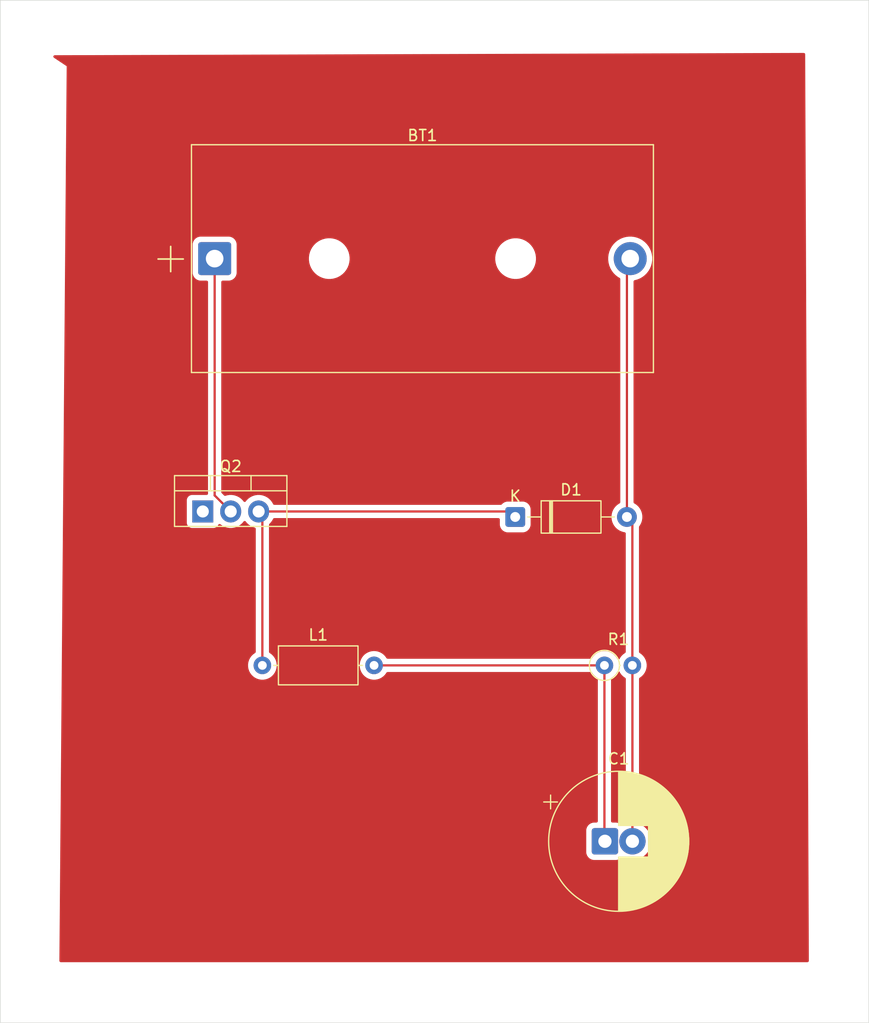
<source format=kicad_pcb>
(kicad_pcb (version 20241229) (generator "pcbnew") (generator_version "9.0")
  (layers (0 "F.Cu" signal) (2 "B.Cu" signal) (13 "F.Paste" user) (15 "B.Paste" user) (5 "F.SilkS" user "F.Silkscreen") (7 "B.SilkS" user "B.Silkscreen") (1 "F.Mask" user) (3 "B.Mask" user) (25 "Edge.Cuts" user))
  (net 0 "")
  (net 1 "Net-(BT1-+)")
  (net 2 "Net-(BT1--)")
  (net 3 "Net-(C1-Pad1)")
  (net 4 "Net-(D1-K)")
  (footprint "Resistor_THT:R_Axial_DIN0207_L6.3mm_D2.5mm_P2.54mm_Vertical" (layer "F.Cu") (at 155.955 101)
    (property "Reference" "R1" (at 1.27 -2.37 0) (layer "F.SilkS"))
    (property "Value" "R_US")
    (fp_line (start 1.37 0) (end 1.44 0) (stroke (width 0.12)) (layer "F.SilkS"))
    (fp_circle (center 0 0) (end 1.37 0) (stroke (width 0.12)) (fill no) (layer "F.SilkS"))
    (pad "1" thru_hole circle (at 0 0) (size 1.6 1.6) (drill 0.8) (layers "*.Cu" "*.Mask") (net 3 "Net-(C1-Pad1)"))
    (pad "2" thru_hole circle (at 2.54 0) (size 1.6 1.6) (drill 0.8) (layers "*.Cu" "*.Mask") (net 2 "Net-(BT1--)"))
  )
  (footprint "Package_TO_SOT_THT:TO-220-3_Vertical" (layer "F.Cu") (at 119.42 87)
    (property "Reference" "Q2" (at 2.54 -4.1 0) (layer "F.SilkS"))
    (property "Value" "IRF540N")
    (fp_line (start -2.57 -3.26) (end 7.65 -3.26) (stroke (width 0.12)) (layer "F.SilkS"))
    (fp_line (start -2.57 -1.88) (end 7.65 -1.88) (stroke (width 0.12)) (layer "F.SilkS"))
    (fp_line (start -2.57 1.36) (end -2.57 -3.26) (stroke (width 0.12)) (layer "F.SilkS"))
    (fp_line (start 0.69 -3.26) (end 0.69 -1.88) (stroke (width 0.12)) (layer "F.SilkS"))
    (fp_line (start 4.39 -3.26) (end 4.39 -1.88) (stroke (width 0.12)) (layer "F.SilkS"))
    (fp_line (start 7.65 -3.26) (end 7.65 1.36) (stroke (width 0.12)) (layer "F.SilkS"))
    (fp_line (start 7.65 1.36) (end -2.57 1.36) (stroke (width 0.12)) (layer "F.SilkS"))
    (pad "1" thru_hole rect (at 0 0) (size 1.905 2) (drill 1.1) (layers "*.Cu" "*.Mask"))
    (pad "2" thru_hole oval (at 2.54 0) (size 1.905 2) (drill 1.1) (layers "*.Cu" "*.Mask") (net 1 "Net-(BT1-+)"))
    (pad "3" thru_hole oval (at 5.08 0) (size 1.905 2) (drill 1.1) (layers "*.Cu" "*.Mask") (net 4 "Net-(D1-K)"))
  )
  (footprint "Capacitor_THT:CP_Radial_D12.5mm_P2.50mm" (layer "F.Cu") (at 156 117)
    (property "Reference" "C1" (at 1.25 -7.5 0) (layer "F.SilkS"))
    (property "Value" "C")
    (fp_line (start -5.567082 -3.575) (end -4.317082 -3.575) (stroke (width 0.12)) (layer "F.SilkS"))
    (fp_line (start -4.942082 -4.2) (end -4.942082 -2.95) (stroke (width 0.12)) (layer "F.SilkS"))
    (fp_line (start 1.25 -6.33) (end 1.25 -1.44) (stroke (width 0.12)) (layer "F.SilkS"))
    (fp_line (start 1.25 1.44) (end 1.25 6.33) (stroke (width 0.12)) (layer "F.SilkS"))
    (fp_line (start 1.29 -6.33) (end 1.29 -1.44) (stroke (width 0.12)) (layer "F.SilkS"))
    (fp_line (start 1.29 1.44) (end 1.29 6.33) (stroke (width 0.12)) (layer "F.SilkS"))
    (fp_line (start 1.33 -6.329) (end 1.33 -1.44) (stroke (width 0.12)) (layer "F.SilkS"))
    (fp_line (start 1.33 1.44) (end 1.33 6.329) (stroke (width 0.12)) (layer "F.SilkS"))
    (fp_line (start 1.37 -6.329) (end 1.37 -1.44) (stroke (width 0.12)) (layer "F.SilkS"))
    (fp_line (start 1.37 1.44) (end 1.37 6.329) (stroke (width 0.12)) (layer "F.SilkS"))
    (fp_line (start 1.41 -6.328) (end 1.41 -1.44) (stroke (width 0.12)) (layer "F.SilkS"))
    (fp_line (start 1.41 1.44) (end 1.41 6.328) (stroke (width 0.12)) (layer "F.SilkS"))
    (fp_line (start 1.45 -6.327) (end 1.45 -1.44) (stroke (width 0.12)) (layer "F.SilkS"))
    (fp_line (start 1.45 1.44) (end 1.45 6.327) (stroke (width 0.12)) (layer "F.SilkS"))
    (fp_line (start 1.49 -6.325) (end 1.49 -1.44) (stroke (width 0.12)) (layer "F.SilkS"))
    (fp_line (start 1.49 1.44) (end 1.49 6.325) (stroke (width 0.12)) (layer "F.SilkS"))
    (fp_line (start 1.53 -6.324) (end 1.53 -1.44) (stroke (width 0.12)) (layer "F.SilkS"))
    (fp_line (start 1.53 1.44) (end 1.53 6.324) (stroke (width 0.12)) (layer "F.SilkS"))
    (fp_line (start 1.57 -6.322) (end 1.57 -1.44) (stroke (width 0.12)) (layer "F.SilkS"))
    (fp_line (start 1.57 1.44) (end 1.57 6.322) (stroke (width 0.12)) (layer "F.SilkS"))
    (fp_line (start 1.61 -6.32) (end 1.61 -1.44) (stroke (width 0.12)) (layer "F.SilkS"))
    (fp_line (start 1.61 1.44) (end 1.61 6.32) (stroke (width 0.12)) (layer "F.SilkS"))
    (fp_line (start 1.65 -6.317) (end 1.65 -1.44) (stroke (width 0.12)) (layer "F.SilkS"))
    (fp_line (start 1.65 1.44) (end 1.65 6.317) (stroke (width 0.12)) (layer "F.SilkS"))
    (fp_line (start 1.69 -6.315) (end 1.69 -1.44) (stroke (width 0.12)) (layer "F.SilkS"))
    (fp_line (start 1.69 1.44) (end 1.69 6.315) (stroke (width 0.12)) (layer "F.SilkS"))
    (fp_line (start 1.73 -6.312) (end 1.73 -1.44) (stroke (width 0.12)) (layer "F.SilkS"))
    (fp_line (start 1.73 1.44) (end 1.73 6.312) (stroke (width 0.12)) (layer "F.SilkS"))
    (fp_line (start 1.77 -6.309) (end 1.77 -1.44) (stroke (width 0.12)) (layer "F.SilkS"))
    (fp_line (start 1.77 1.44) (end 1.77 6.309) (stroke (width 0.12)) (layer "F.SilkS"))
    (fp_line (start 1.81 -6.305) (end 1.81 -1.44) (stroke (width 0.12)) (layer "F.SilkS"))
    (fp_line (start 1.81 1.44) (end 1.81 6.305) (stroke (width 0.12)) (layer "F.SilkS"))
    (fp_line (start 1.85 -6.302) (end 1.85 -1.44) (stroke (width 0.12)) (layer "F.SilkS"))
    (fp_line (start 1.85 1.44) (end 1.85 6.302) (stroke (width 0.12)) (layer "F.SilkS"))
    (fp_line (start 1.89 -6.298) (end 1.89 -1.44) (stroke (width 0.12)) (layer "F.SilkS"))
    (fp_line (start 1.89 1.44) (end 1.89 6.298) (stroke (width 0.12)) (layer "F.SilkS"))
    (fp_line (start 1.93 -6.294) (end 1.93 -1.44) (stroke (width 0.12)) (layer "F.SilkS"))
    (fp_line (start 1.93 1.44) (end 1.93 6.294) (stroke (width 0.12)) (layer "F.SilkS"))
    (fp_line (start 1.97 -6.289) (end 1.97 -1.44) (stroke (width 0.12)) (layer "F.SilkS"))
    (fp_line (start 1.97 1.44) (end 1.97 6.289) (stroke (width 0.12)) (layer "F.SilkS"))
    (fp_line (start 2.01 -6.284) (end 2.01 -1.44) (stroke (width 0.12)) (layer "F.SilkS"))
    (fp_line (start 2.01 1.44) (end 2.01 6.284) (stroke (width 0.12)) (layer "F.SilkS"))
    (fp_line (start 2.05 -6.28) (end 2.05 -1.44) (stroke (width 0.12)) (layer "F.SilkS"))
    (fp_line (start 2.05 1.44) (end 2.05 6.28) (stroke (width 0.12)) (layer "F.SilkS"))
    (fp_line (start 2.09 -6.274) (end 2.09 -1.44) (stroke (width 0.12)) (layer "F.SilkS"))
    (fp_line (start 2.09 1.44) (end 2.09 6.274) (stroke (width 0.12)) (layer "F.SilkS"))
    (fp_line (start 2.13 -6.269) (end 2.13 -1.44) (stroke (width 0.12)) (layer "F.SilkS"))
    (fp_line (start 2.13 1.44) (end 2.13 6.269) (stroke (width 0.12)) (layer "F.SilkS"))
    (fp_line (start 2.17 -6.263) (end 2.17 -1.44) (stroke (width 0.12)) (layer "F.SilkS"))
    (fp_line (start 2.17 1.44) (end 2.17 6.263) (stroke (width 0.12)) (layer "F.SilkS"))
    (fp_line (start 2.21 -6.257) (end 2.21 -1.44) (stroke (width 0.12)) (layer "F.SilkS"))
    (fp_line (start 2.21 1.44) (end 2.21 6.257) (stroke (width 0.12)) (layer "F.SilkS"))
    (fp_line (start 2.25 -6.251) (end 2.25 -1.44) (stroke (width 0.12)) (layer "F.SilkS"))
    (fp_line (start 2.25 1.44) (end 2.25 6.251) (stroke (width 0.12)) (layer "F.SilkS"))
    (fp_line (start 2.29 -6.245) (end 2.29 -1.44) (stroke (width 0.12)) (layer "F.SilkS"))
    (fp_line (start 2.29 1.44) (end 2.29 6.245) (stroke (width 0.12)) (layer "F.SilkS"))
    (fp_line (start 2.33 -6.238) (end 2.33 -1.44) (stroke (width 0.12)) (layer "F.SilkS"))
    (fp_line (start 2.33 1.44) (end 2.33 6.238) (stroke (width 0.12)) (layer "F.SilkS"))
    (fp_line (start 2.37 -6.231) (end 2.37 -1.44) (stroke (width 0.12)) (layer "F.SilkS"))
    (fp_line (start 2.37 1.44) (end 2.37 6.231) (stroke (width 0.12)) (layer "F.SilkS"))
    (fp_line (start 2.41 -6.223) (end 2.41 -1.44) (stroke (width 0.12)) (layer "F.SilkS"))
    (fp_line (start 2.41 1.44) (end 2.41 6.223) (stroke (width 0.12)) (layer "F.SilkS"))
    (fp_line (start 2.45 -6.216) (end 2.45 -1.44) (stroke (width 0.12)) (layer "F.SilkS"))
    (fp_line (start 2.45 1.44) (end 2.45 6.216) (stroke (width 0.12)) (layer "F.SilkS"))
    (fp_line (start 2.49 -6.208) (end 2.49 -1.44) (stroke (width 0.12)) (layer "F.SilkS"))
    (fp_line (start 2.49 1.44) (end 2.49 6.208) (stroke (width 0.12)) (layer "F.SilkS"))
    (fp_line (start 2.53 -6.2) (end 2.53 -1.44) (stroke (width 0.12)) (layer "F.SilkS"))
    (fp_line (start 2.53 1.44) (end 2.53 6.2) (stroke (width 0.12)) (layer "F.SilkS"))
    (fp_line (start 2.57 -6.192) (end 2.57 -1.44) (stroke (width 0.12)) (layer "F.SilkS"))
    (fp_line (start 2.57 1.44) (end 2.57 6.192) (stroke (width 0.12)) (layer "F.SilkS"))
    (fp_line (start 2.61 -6.183) (end 2.61 -1.44) (stroke (width 0.12)) (layer "F.SilkS"))
    (fp_line (start 2.61 1.44) (end 2.61 6.183) (stroke (width 0.12)) (layer "F.SilkS"))
    (fp_line (start 2.65 -6.174) (end 2.65 -1.44) (stroke (width 0.12)) (layer "F.SilkS"))
    (fp_line (start 2.65 1.44) (end 2.65 6.174) (stroke (width 0.12)) (layer "F.SilkS"))
    (fp_line (start 2.69 -6.165) (end 2.69 -1.44) (stroke (width 0.12)) (layer "F.SilkS"))
    (fp_line (start 2.69 1.44) (end 2.69 6.165) (stroke (width 0.12)) (layer "F.SilkS"))
    (fp_line (start 2.73 -6.156) (end 2.73 -1.44) (stroke (width 0.12)) (layer "F.SilkS"))
    (fp_line (start 2.73 1.44) (end 2.73 6.156) (stroke (width 0.12)) (layer "F.SilkS"))
    (fp_line (start 2.77 -6.146) (end 2.77 -1.44) (stroke (width 0.12)) (layer "F.SilkS"))
    (fp_line (start 2.77 1.44) (end 2.77 6.146) (stroke (width 0.12)) (layer "F.SilkS"))
    (fp_line (start 2.81 -6.136) (end 2.81 -1.44) (stroke (width 0.12)) (layer "F.SilkS"))
    (fp_line (start 2.81 1.44) (end 2.81 6.136) (stroke (width 0.12)) (layer "F.SilkS"))
    (fp_line (start 2.85 -6.126) (end 2.85 -1.44) (stroke (width 0.12)) (layer "F.SilkS"))
    (fp_line (start 2.85 1.44) (end 2.85 6.126) (stroke (width 0.12)) (layer "F.SilkS"))
    (fp_line (start 2.89 -6.115) (end 2.89 -1.44) (stroke (width 0.12)) (layer "F.SilkS"))
    (fp_line (start 2.89 1.44) (end 2.89 6.115) (stroke (width 0.12)) (layer "F.SilkS"))
    (fp_line (start 2.93 -6.104) (end 2.93 -1.44) (stroke (width 0.12)) (layer "F.SilkS"))
    (fp_line (start 2.93 1.44) (end 2.93 6.104) (stroke (width 0.12)) (layer "F.SilkS"))
    (fp_line (start 2.97 -6.093) (end 2.97 -1.44) (stroke (width 0.12)) (layer "F.SilkS"))
    (fp_line (start 2.97 1.44) (end 2.97 6.093) (stroke (width 0.12)) (layer "F.SilkS"))
    (fp_line (start 3.01 -6.082) (end 3.01 -1.44) (stroke (width 0.12)) (layer "F.SilkS"))
    (fp_line (start 3.01 1.44) (end 3.01 6.082) (stroke (width 0.12)) (layer "F.SilkS"))
    (fp_line (start 3.05 -6.07) (end 3.05 -1.44) (stroke (width 0.12)) (layer "F.SilkS"))
    (fp_line (start 3.05 1.44) (end 3.05 6.07) (stroke (width 0.12)) (layer "F.SilkS"))
    (fp_line (start 3.09 -6.058) (end 3.09 -1.44) (stroke (width 0.12)) (layer "F.SilkS"))
    (fp_line (start 3.09 1.44) (end 3.09 6.058) (stroke (width 0.12)) (layer "F.SilkS"))
    (fp_line (start 3.13 -6.046) (end 3.13 -1.44) (stroke (width 0.12)) (layer "F.SilkS"))
    (fp_line (start 3.13 1.44) (end 3.13 6.046) (stroke (width 0.12)) (layer "F.SilkS"))
    (fp_line (start 3.17 -6.034) (end 3.17 -1.44) (stroke (width 0.12)) (layer "F.SilkS"))
    (fp_line (start 3.17 1.44) (end 3.17 6.034) (stroke (width 0.12)) (layer "F.SilkS"))
    (fp_line (start 3.21 -6.021) (end 3.21 -1.44) (stroke (width 0.12)) (layer "F.SilkS"))
    (fp_line (start 3.21 1.44) (end 3.21 6.021) (stroke (width 0.12)) (layer "F.SilkS"))
    (fp_line (start 3.25 -6.008) (end 3.25 -1.44) (stroke (width 0.12)) (layer "F.SilkS"))
    (fp_line (start 3.25 1.44) (end 3.25 6.008) (stroke (width 0.12)) (layer "F.SilkS"))
    (fp_line (start 3.29 -5.995) (end 3.29 -1.44) (stroke (width 0.12)) (layer "F.SilkS"))
    (fp_line (start 3.29 1.44) (end 3.29 5.995) (stroke (width 0.12)) (layer "F.SilkS"))
    (fp_line (start 3.33 -5.981) (end 3.33 -1.44) (stroke (width 0.12)) (layer "F.SilkS"))
    (fp_line (start 3.33 1.44) (end 3.33 5.981) (stroke (width 0.12)) (layer "F.SilkS"))
    (fp_line (start 3.37 -5.967) (end 3.37 -1.44) (stroke (width 0.12)) (layer "F.SilkS"))
    (fp_line (start 3.37 1.44) (end 3.37 5.967) (stroke (width 0.12)) (layer "F.SilkS"))
    (fp_line (start 3.41 -5.953) (end 3.41 -1.44) (stroke (width 0.12)) (layer "F.SilkS"))
    (fp_line (start 3.41 1.44) (end 3.41 5.953) (stroke (width 0.12)) (layer "F.SilkS"))
    (fp_line (start 3.45 -5.938) (end 3.45 -1.44) (stroke (width 0.12)) (layer "F.SilkS"))
    (fp_line (start 3.45 1.44) (end 3.45 5.938) (stroke (width 0.12)) (layer "F.SilkS"))
    (fp_line (start 3.49 -5.923) (end 3.49 -1.44) (stroke (width 0.12)) (layer "F.SilkS"))
    (fp_line (start 3.49 1.44) (end 3.49 5.923) (stroke (width 0.12)) (layer "F.SilkS"))
    (fp_line (start 3.53 -5.908) (end 3.53 -1.44) (stroke (width 0.12)) (layer "F.SilkS"))
    (fp_line (start 3.53 1.44) (end 3.53 5.908) (stroke (width 0.12)) (layer "F.SilkS"))
    (fp_line (start 3.57 -5.892) (end 3.57 -1.44) (stroke (width 0.12)) (layer "F.SilkS"))
    (fp_line (start 3.57 1.44) (end 3.57 5.892) (stroke (width 0.12)) (layer "F.SilkS"))
    (fp_line (start 3.61 -5.877) (end 3.61 -1.44) (stroke (width 0.12)) (layer "F.SilkS"))
    (fp_line (start 3.61 1.44) (end 3.61 5.877) (stroke (width 0.12)) (layer "F.SilkS"))
    (fp_line (start 3.65 -5.861) (end 3.65 -1.44) (stroke (width 0.12)) (layer "F.SilkS"))
    (fp_line (start 3.65 1.44) (end 3.65 5.861) (stroke (width 0.12)) (layer "F.SilkS"))
    (fp_line (start 3.69 -5.844) (end 3.69 -1.44) (stroke (width 0.12)) (layer "F.SilkS"))
    (fp_line (start 3.69 1.44) (end 3.69 5.844) (stroke (width 0.12)) (layer "F.SilkS"))
    (fp_line (start 3.73 -5.827) (end 3.73 -1.44) (stroke (width 0.12)) (layer "F.SilkS"))
    (fp_line (start 3.73 1.44) (end 3.73 5.827) (stroke (width 0.12)) (layer "F.SilkS"))
    (fp_line (start 3.77 -5.81) (end 3.77 -1.44) (stroke (width 0.12)) (layer "F.SilkS"))
    (fp_line (start 3.77 1.44) (end 3.77 5.81) (stroke (width 0.12)) (layer "F.SilkS"))
    (fp_line (start 3.81 -5.793) (end 3.81 -1.44) (stroke (width 0.12)) (layer "F.SilkS"))
    (fp_line (start 3.81 1.44) (end 3.81 5.793) (stroke (width 0.12)) (layer "F.SilkS"))
    (fp_line (start 3.85 -5.775) (end 3.85 -1.44) (stroke (width 0.12)) (layer "F.SilkS"))
    (fp_line (start 3.85 1.44) (end 3.85 5.775) (stroke (width 0.12)) (layer "F.SilkS"))
    (fp_line (start 3.89 -5.757) (end 3.89 -1.44) (stroke (width 0.12)) (layer "F.SilkS"))
    (fp_line (start 3.89 1.44) (end 3.89 5.757) (stroke (width 0.12)) (layer "F.SilkS"))
    (fp_line (start 3.93 -5.739) (end 3.93 -1.44) (stroke (width 0.12)) (layer "F.SilkS"))
    (fp_line (start 3.93 1.44) (end 3.93 5.739) (stroke (width 0.12)) (layer "F.SilkS"))
    (fp_line (start 3.97 -5.72) (end 3.97 5.72) (stroke (width 0.12)) (layer "F.SilkS"))
    (fp_line (start 4.01 -5.701) (end 4.01 5.701) (stroke (width 0.12)) (layer "F.SilkS"))
    (fp_line (start 4.05 -5.682) (end 4.05 5.682) (stroke (width 0.12)) (layer "F.SilkS"))
    (fp_line (start 4.09 -5.662) (end 4.09 5.662) (stroke (width 0.12)) (layer "F.SilkS"))
    (fp_line (start 4.13 -5.642) (end 4.13 5.642) (stroke (width 0.12)) (layer "F.SilkS"))
    (fp_line (start 4.17 -5.621) (end 4.17 5.621) (stroke (width 0.12)) (layer "F.SilkS"))
    (fp_line (start 4.21 -5.601) (end 4.21 5.601) (stroke (width 0.12)) (layer "F.SilkS"))
    (fp_line (start 4.25 -5.579) (end 4.25 5.579) (stroke (width 0.12)) (layer "F.SilkS"))
    (fp_line (start 4.29 -5.558) (end 4.29 5.558) (stroke (width 0.12)) (layer "F.SilkS"))
    (fp_line (start 4.33 -5.536) (end 4.33 5.536) (stroke (width 0.12)) (layer "F.SilkS"))
    (fp_line (start 4.37 -5.514) (end 4.37 5.514) (stroke (width 0.12)) (layer "F.SilkS"))
    (fp_line (start 4.41 -5.491) (end 4.41 5.491) (stroke (width 0.12)) (layer "F.SilkS"))
    (fp_line (start 4.45 -5.468) (end 4.45 5.468) (stroke (width 0.12)) (layer "F.SilkS"))
    (fp_line (start 4.49 -5.444) (end 4.49 5.444) (stroke (width 0.12)) (layer "F.SilkS"))
    (fp_line (start 4.53 -5.421) (end 4.53 5.421) (stroke (width 0.12)) (layer "F.SilkS"))
    (fp_line (start 4.57 -5.396) (end 4.57 5.396) (stroke (width 0.12)) (layer "F.SilkS"))
    (fp_line (start 4.61 -5.372) (end 4.61 5.372) (stroke (width 0.12)) (layer "F.SilkS"))
    (fp_line (start 4.65 -5.347) (end 4.65 5.347) (stroke (width 0.12)) (layer "F.SilkS"))
    (fp_line (start 4.69 -5.321) (end 4.69 5.321) (stroke (width 0.12)) (layer "F.SilkS"))
    (fp_line (start 4.73 -5.295) (end 4.73 5.295) (stroke (width 0.12)) (layer "F.SilkS"))
    (fp_line (start 4.77 -5.269) (end 4.77 5.269) (stroke (width 0.12)) (layer "F.SilkS"))
    (fp_line (start 4.81 -5.242) (end 4.81 5.242) (stroke (width 0.12)) (layer "F.SilkS"))
    (fp_line (start 4.85 -5.215) (end 4.85 5.215) (stroke (width 0.12)) (layer "F.SilkS"))
    (fp_line (start 4.89 -5.188) (end 4.89 5.188) (stroke (width 0.12)) (layer "F.SilkS"))
    (fp_line (start 4.93 -5.159) (end 4.93 5.159) (stroke (width 0.12)) (layer "F.SilkS"))
    (fp_line (start 4.97 -5.131) (end 4.97 5.131) (stroke (width 0.12)) (layer "F.SilkS"))
    (fp_line (start 5.01 -5.102) (end 5.01 5.102) (stroke (width 0.12)) (layer "F.SilkS"))
    (fp_line (start 5.05 -5.072) (end 5.05 5.072) (stroke (width 0.12)) (layer "F.SilkS"))
    (fp_line (start 5.09 -5.042) (end 5.09 5.042) (stroke (width 0.12)) (layer "F.SilkS"))
    (fp_line (start 5.13 -5.012) (end 5.13 5.012) (stroke (width 0.12)) (layer "F.SilkS"))
    (fp_line (start 5.17 -4.981) (end 5.17 4.981) (stroke (width 0.12)) (layer "F.SilkS"))
    (fp_line (start 5.21 -4.95) (end 5.21 4.95) (stroke (width 0.12)) (layer "F.SilkS"))
    (fp_line (start 5.25 -4.918) (end 5.25 4.918) (stroke (width 0.12)) (layer "F.SilkS"))
    (fp_line (start 5.29 -4.885) (end 5.29 4.885) (stroke (width 0.12)) (layer "F.SilkS"))
    (fp_line (start 5.33 -4.852) (end 5.33 4.852) (stroke (width 0.12)) (layer "F.SilkS"))
    (fp_line (start 5.37 -4.818) (end 5.37 4.818) (stroke (width 0.12)) (layer "F.SilkS"))
    (fp_line (start 5.41 -4.784) (end 5.41 4.784) (stroke (width 0.12)) (layer "F.SilkS"))
    (fp_line (start 5.45 -4.749) (end 5.45 4.749) (stroke (width 0.12)) (layer "F.SilkS"))
    (fp_line (start 5.49 -4.714) (end 5.49 4.714) (stroke (width 0.12)) (layer "F.SilkS"))
    (fp_line (start 5.53 -4.678) (end 5.53 4.678) (stroke (width 0.12)) (layer "F.SilkS"))
    (fp_line (start 5.57 -4.641) (end 5.57 4.641) (stroke (width 0.12)) (layer "F.SilkS"))
    (fp_line (start 5.61 -4.604) (end 5.61 4.604) (stroke (width 0.12)) (layer "F.SilkS"))
    (fp_line (start 5.65 -4.566) (end 5.65 4.566) (stroke (width 0.12)) (layer "F.SilkS"))
    (fp_line (start 5.69 -4.528) (end 5.69 4.528) (stroke (width 0.12)) (layer "F.SilkS"))
    (fp_line (start 5.73 -4.488) (end 5.73 4.488) (stroke (width 0.12)) (layer "F.SilkS"))
    (fp_line (start 5.77 -4.448) (end 5.77 4.448) (stroke (width 0.12)) (layer "F.SilkS"))
    (fp_line (start 5.81 -4.408) (end 5.81 4.408) (stroke (width 0.12)) (layer "F.SilkS"))
    (fp_line (start 5.85 -4.366) (end 5.85 4.366) (stroke (width 0.12)) (layer "F.SilkS"))
    (fp_line (start 5.89 -4.324) (end 5.89 4.324) (stroke (width 0.12)) (layer "F.SilkS"))
    (fp_line (start 5.93 -4.281) (end 5.93 4.281) (stroke (width 0.12)) (layer "F.SilkS"))
    (fp_line (start 5.97 -4.238) (end 5.97 4.238) (stroke (width 0.12)) (layer "F.SilkS"))
    (fp_line (start 6.01 -4.193) (end 6.01 4.193) (stroke (width 0.12)) (layer "F.SilkS"))
    (fp_line (start 6.05 -4.148) (end 6.05 4.148) (stroke (width 0.12)) (layer "F.SilkS"))
    (fp_line (start 6.09 -4.101) (end 6.09 4.101) (stroke (width 0.12)) (layer "F.SilkS"))
    (fp_line (start 6.13 -4.054) (end 6.13 4.054) (stroke (width 0.12)) (layer "F.SilkS"))
    (fp_line (start 6.17 -4.006) (end 6.17 4.006) (stroke (width 0.12)) (layer "F.SilkS"))
    (fp_line (start 6.21 -3.957) (end 6.21 3.957) (stroke (width 0.12)) (layer "F.SilkS"))
    (fp_line (start 6.25 -3.907) (end 6.25 3.907) (stroke (width 0.12)) (layer "F.SilkS"))
    (fp_line (start 6.29 -3.856) (end 6.29 3.856) (stroke (width 0.12)) (layer "F.SilkS"))
    (fp_line (start 6.33 -3.803) (end 6.33 3.803) (stroke (width 0.12)) (layer "F.SilkS"))
    (fp_line (start 6.37 -3.75) (end 6.37 3.75) (stroke (width 0.12)) (layer "F.SilkS"))
    (fp_line (start 6.41 -3.695) (end 6.41 3.695) (stroke (width 0.12)) (layer "F.SilkS"))
    (fp_line (start 6.45 -3.639) (end 6.45 3.639) (stroke (width 0.12)) (layer "F.SilkS"))
    (fp_line (start 6.49 -3.582) (end 6.49 3.582) (stroke (width 0.12)) (layer "F.SilkS"))
    (fp_line (start 6.53 -3.523) (end 6.53 3.523) (stroke (width 0.12)) (layer "F.SilkS"))
    (fp_line (start 6.57 -3.463) (end 6.57 3.463) (stroke (width 0.12)) (layer "F.SilkS"))
    (fp_line (start 6.61 -3.402) (end 6.61 3.402) (stroke (width 0.12)) (layer "F.SilkS"))
    (fp_line (start 6.65 -3.339) (end 6.65 3.339) (stroke (width 0.12)) (layer "F.SilkS"))
    (fp_line (start 6.69 -3.274) (end 6.69 3.274) (stroke (width 0.12)) (layer "F.SilkS"))
    (fp_line (start 6.73 -3.208) (end 6.73 3.208) (stroke (width 0.12)) (layer "F.SilkS"))
    (fp_line (start 6.77 -3.139) (end 6.77 3.139) (stroke (width 0.12)) (layer "F.SilkS"))
    (fp_line (start 6.81 -3.069) (end 6.81 3.069) (stroke (width 0.12)) (layer "F.SilkS"))
    (fp_line (start 6.85 -2.996) (end 6.85 2.996) (stroke (width 0.12)) (layer "F.SilkS"))
    (fp_line (start 6.89 -2.921) (end 6.89 2.921) (stroke (width 0.12)) (layer "F.SilkS"))
    (fp_line (start 6.93 -2.843) (end 6.93 2.843) (stroke (width 0.12)) (layer "F.SilkS"))
    (fp_line (start 6.97 -2.763) (end 6.97 2.763) (stroke (width 0.12)) (layer "F.SilkS"))
    (fp_line (start 7.01 -2.68) (end 7.01 2.68) (stroke (width 0.12)) (layer "F.SilkS"))
    (fp_line (start 7.05 -2.594) (end 7.05 2.594) (stroke (width 0.12)) (layer "F.SilkS"))
    (fp_line (start 7.09 -2.504) (end 7.09 2.504) (stroke (width 0.12)) (layer "F.SilkS"))
    (fp_line (start 7.13 -2.41) (end 7.13 2.41) (stroke (width 0.12)) (layer "F.SilkS"))
    (fp_line (start 7.17 -2.312) (end 7.17 2.312) (stroke (width 0.12)) (layer "F.SilkS"))
    (fp_line (start 7.21 -2.208) (end 7.21 2.208) (stroke (width 0.12)) (layer "F.SilkS"))
    (fp_line (start 7.25 -2.099) (end 7.25 2.099) (stroke (width 0.12)) (layer "F.SilkS"))
    (fp_line (start 7.29 -1.984) (end 7.29 1.984) (stroke (width 0.12)) (layer "F.SilkS"))
    (fp_line (start 7.33 -1.86) (end 7.33 1.86) (stroke (width 0.12)) (layer "F.SilkS"))
    (fp_line (start 7.37 -1.727) (end 7.37 1.727) (stroke (width 0.12)) (layer "F.SilkS"))
    (fp_line (start 7.41 -1.582) (end 7.41 1.582) (stroke (width 0.12)) (layer "F.SilkS"))
    (fp_line (start 7.45 -1.422) (end 7.45 1.422) (stroke (width 0.12)) (layer "F.SilkS"))
    (fp_line (start 7.49 -1.24) (end 7.49 1.24) (stroke (width 0.12)) (layer "F.SilkS"))
    (fp_line (start 7.53 -1.027) (end 7.53 1.027) (stroke (width 0.12)) (layer "F.SilkS"))
    (fp_line (start 7.57 -0.757) (end 7.57 0.757) (stroke (width 0.12)) (layer "F.SilkS"))
    (fp_line (start 7.61 -0.317) (end 7.61 0.317) (stroke (width 0.12)) (layer "F.SilkS"))
    (fp_circle (center 1.25 0) (end 7.62 0) (stroke (width 0.12)) (fill no) (layer "F.SilkS"))
    (pad "1" thru_hole roundrect (at 0 0) (size 2.4 2.4) (drill 1.2) (layers "*.Cu" "*.Mask") (roundrect_rratio 0.104167) (net 3 "Net-(C1-Pad1)"))
    (pad "2" thru_hole circle (at 2.5 0) (size 2.4 2.4) (drill 1.2) (layers "*.Cu" "*.Mask") (net 2 "Net-(BT1--)"))
  )
  (footprint "Diode_THT:D_A-405_P10.16mm_Horizontal" (layer "F.Cu") (at 147.84 87.5)
    (property "Reference" "D1" (at 5.08 -2.47 0) (layer "F.SilkS"))
    (property "Value" "1N4148WT")
    (fp_line (start 1.14 0) (end 2.36 0) (stroke (width 0.12)) (layer "F.SilkS"))
    (fp_line (start 3.14 -1.47) (end 3.14 1.47) (stroke (width 0.12)) (layer "F.SilkS"))
    (fp_line (start 3.26 -1.47) (end 3.26 1.47) (stroke (width 0.12)) (layer "F.SilkS"))
    (fp_line (start 3.38 -1.47) (end 3.38 1.47) (stroke (width 0.12)) (layer "F.SilkS"))
    (fp_line (start 9.02 0) (end 7.8 0) (stroke (width 0.12)) (layer "F.SilkS"))
    (fp_rect (start 2.36 -1.47) (end 7.8 1.47) (stroke (width 0.12)) (fill no) (layer "F.SilkS"))
    (fp_text user "K" (at 0 -1.9 0) (layer "F.SilkS"))
    (pad "1" thru_hole roundrect (at 0 0) (size 1.8 1.8) (drill 0.9) (layers "*.Cu" "*.Mask") (roundrect_rratio 0.138889) (net 4 "Net-(D1-K)"))
    (pad "2" thru_hole circle (at 10.16 0) (size 1.8 1.8) (drill 0.9) (layers "*.Cu" "*.Mask") (net 2 "Net-(BT1--)"))
  )
  (footprint "Battery:BatteryHolder_Bulgin_BX0123_1xCR123" (layer "F.Cu") (at 120.5 64)
    (property "Reference" "BT1" (at 18.9 -11.2 0) (layer "F.SilkS"))
    (property "Value" "5V")
    (fp_line (start -2.11 -10.36) (end 39.91 -10.36) (stroke (width 0.12)) (layer "F.SilkS"))
    (fp_line (start -2.11 10.36) (end -2.11 -10.36) (stroke (width 0.12)) (layer "F.SilkS"))
    (fp_line (start 39.91 -10.36) (end 39.91 10.36) (stroke (width 0.12)) (layer "F.SilkS"))
    (fp_line (start 39.91 10.36) (end -2.11 10.36) (stroke (width 0.12)) (layer "F.SilkS"))
    (fp_text user "+" (at -4 -0.2 0) (layer "F.SilkS") (effects (font (size 3 3))))
    (pad "" np_thru_hole circle (at 10.425 0) (size 3.2 3.2) (drill 3.2) (layers "*.Cu" "*.Mask"))
    (pad "" np_thru_hole circle (at 27.375 0) (size 3.2 3.2) (drill 3.2) (layers "*.Cu" "*.Mask"))
    (pad "1" thru_hole roundrect (at 0 0) (size 3 3) (drill 1.6) (layers "*.Cu" "*.Mask") (roundrect_rratio 0.083333) (net 1 "Net-(BT1-+)"))
    (pad "2" thru_hole circle (at 37.8 0) (size 3 3) (drill 1.6) (layers "*.Cu" "*.Mask") (net 2 "Net-(BT1--)"))
  )
  (footprint "Inductor_THT:L_Axial_L7.0mm_D3.3mm_P10.16mm_Horizontal_Fastron_MICC" (layer "F.Cu") (at 124.84 101)
    (property "Reference" "L1" (at 5.08 -2.77 0) (layer "F.SilkS"))
    (property "Value" "L")
    (fp_line (start 1.04 0) (end 1.46 0) (stroke (width 0.12)) (layer "F.SilkS"))
    (fp_line (start 9.12 0) (end 8.7 0) (stroke (width 0.12)) (layer "F.SilkS"))
    (fp_rect (start 1.46 -1.77) (end 8.7 1.77) (stroke (width 0.12)) (fill no) (layer "F.SilkS"))
    (pad "1" thru_hole circle (at 0 0) (size 1.6 1.6) (drill 0.8) (layers "*.Cu" "*.Mask") (net 4 "Net-(D1-K)"))
    (pad "2" thru_hole circle (at 10.16 0) (size 1.6 1.6) (drill 0.8) (layers "*.Cu" "*.Mask") (net 3 "Net-(C1-Pad1)"))
  )
  (gr_rect (start 101 40.5) (end 180 133.5) (stroke (width 0.05)) (fill no) (layer "Edge.Cuts"))
  (segment (start 120.5 64) (end 120.5 85.54) (width 0.2) (layer "F.Cu") (net 1))
  (segment (start 120.5 85.54) (end 121.96 87) (width 0.2) (layer "F.Cu") (net 1))
  (segment (start 158.495 101) (end 158.495 87.995) (width 0.2) (layer "F.Cu") (net 2))
  (segment (start 158.5 117) (end 158.5 101.005) (width 0.2) (layer "F.Cu") (net 2))
  (segment (start 158 64.3) (end 158.3 64) (width 0.2) (layer "F.Cu") (net 2))
  (segment (start 158 87.5) (end 158 64.3) (width 0.2) (layer "F.Cu") (net 2))
  (segment (start 158.495 87.995) (end 158 87.5) (width 0.2) (layer "F.Cu") (net 2))
  (segment (start 158.5 101.005) (end 158.495 101) (width 0.2) (layer "F.Cu") (net 2))
  (segment (start 155.955 101) (end 155.955 116.955) (width 0.2) (layer "F.Cu") (net 3))
  (segment (start 155.955 116.955) (end 156 117) (width 0.2) (layer "F.Cu") (net 3))
  (segment (start 155.955 101) (end 135 101) (width 0.2) (layer "F.Cu") (net 3))
  (segment (start 124.5 87) (end 147.34 87) (width 0.2) (layer "F.Cu") (net 4))
  (segment (start 147.34 87) (end 147.84 87.5) (width 0.2) (layer "F.Cu") (net 4))
  (segment (start 124.84 101) (end 124.84 87.34) (width 0.2) (layer "F.Cu") (net 4))
  (segment (start 124.84 87.34) (end 124.5 87) (width 0.2) (layer "F.Cu") (net 4))
  (zone (net 0) (net_name "") (layer "F.Cu") (connect_pads (clearance 0.5)) (min_thickness 0.25) (fill yes (thermal_gap 0.5) (thermal_bridge_width 0.5) (island_removal_mode 1) (island_area_min 10))
    (polygon (pts (xy 105.540642 45.5) (xy 174.215233 45.288693) (xy 174.548745 128) (xy 106.375336 128) (xy 107.040642 46.5)))
  )
)
</source>
